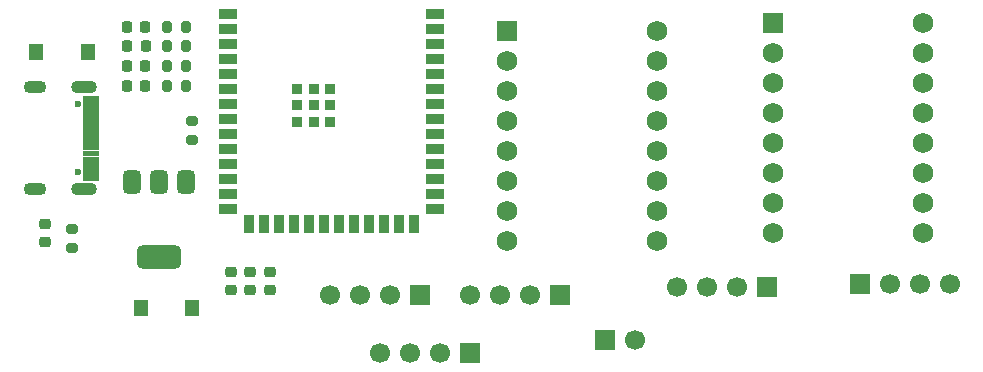
<source format=gbr>
%TF.GenerationSoftware,KiCad,Pcbnew,9.0.7-9.0.7~ubuntu24.04.1*%
%TF.CreationDate,2026-01-19T19:18:33+05:30*%
%TF.ProjectId,controller,636f6e74-726f-46c6-9c65-722e6b696361,rev?*%
%TF.SameCoordinates,Original*%
%TF.FileFunction,Soldermask,Top*%
%TF.FilePolarity,Negative*%
%FSLAX46Y46*%
G04 Gerber Fmt 4.6, Leading zero omitted, Abs format (unit mm)*
G04 Created by KiCad (PCBNEW 9.0.7-9.0.7~ubuntu24.04.1) date 2026-01-19 19:18:33*
%MOMM*%
%LPD*%
G01*
G04 APERTURE LIST*
G04 Aperture macros list*
%AMRoundRect*
0 Rectangle with rounded corners*
0 $1 Rounding radius*
0 $2 $3 $4 $5 $6 $7 $8 $9 X,Y pos of 4 corners*
0 Add a 4 corners polygon primitive as box body*
4,1,4,$2,$3,$4,$5,$6,$7,$8,$9,$2,$3,0*
0 Add four circle primitives for the rounded corners*
1,1,$1+$1,$2,$3*
1,1,$1+$1,$4,$5*
1,1,$1+$1,$6,$7*
1,1,$1+$1,$8,$9*
0 Add four rect primitives between the rounded corners*
20,1,$1+$1,$2,$3,$4,$5,0*
20,1,$1+$1,$4,$5,$6,$7,0*
20,1,$1+$1,$6,$7,$8,$9,0*
20,1,$1+$1,$8,$9,$2,$3,0*%
G04 Aperture macros list end*
%ADD10C,0.010000*%
%ADD11R,1.700000X1.700000*%
%ADD12C,1.700000*%
%ADD13RoundRect,0.102000X-0.765000X-0.765000X0.765000X-0.765000X0.765000X0.765000X-0.765000X0.765000X0*%
%ADD14C,1.734000*%
%ADD15RoundRect,0.200000X-0.275000X0.200000X-0.275000X-0.200000X0.275000X-0.200000X0.275000X0.200000X0*%
%ADD16R,1.230000X1.360000*%
%ADD17RoundRect,0.218750X-0.218750X-0.256250X0.218750X-0.256250X0.218750X0.256250X-0.218750X0.256250X0*%
%ADD18RoundRect,0.225000X-0.250000X0.225000X-0.250000X-0.225000X0.250000X-0.225000X0.250000X0.225000X0*%
%ADD19C,0.600000*%
%ADD20O,2.200000X1.100000*%
%ADD21O,1.900000X1.100000*%
%ADD22RoundRect,0.375000X-0.375000X0.625000X-0.375000X-0.625000X0.375000X-0.625000X0.375000X0.625000X0*%
%ADD23RoundRect,0.500000X-1.400000X0.500000X-1.400000X-0.500000X1.400000X-0.500000X1.400000X0.500000X0*%
%ADD24RoundRect,0.225000X0.225000X0.250000X-0.225000X0.250000X-0.225000X-0.250000X0.225000X-0.250000X0*%
%ADD25RoundRect,0.200000X0.200000X0.275000X-0.200000X0.275000X-0.200000X-0.275000X0.200000X-0.275000X0*%
%ADD26R,1.500000X0.900000*%
%ADD27R,0.900000X1.500000*%
%ADD28R,0.900000X0.900000*%
%ADD29RoundRect,0.225000X0.250000X-0.225000X0.250000X0.225000X-0.250000X0.225000X-0.250000X-0.225000X0*%
G04 APERTURE END LIST*
D10*
%TO.C,J1*%
X123052457Y-81995298D02*
X121812457Y-81995298D01*
X121812457Y-81295298D01*
X123052457Y-81295298D01*
X123052457Y-81995298D01*
G36*
X123052457Y-81995298D02*
G01*
X121812457Y-81995298D01*
X121812457Y-81295298D01*
X123052457Y-81295298D01*
X123052457Y-81995298D01*
G37*
X123052457Y-82795298D02*
X121812457Y-82795298D01*
X121812457Y-82095298D01*
X123052457Y-82095298D01*
X123052457Y-82795298D01*
G36*
X123052457Y-82795298D02*
G01*
X121812457Y-82795298D01*
X121812457Y-82095298D01*
X123052457Y-82095298D01*
X123052457Y-82795298D01*
G37*
X123052457Y-83295298D02*
X121812457Y-83295298D01*
X121812457Y-82895298D01*
X123052457Y-82895298D01*
X123052457Y-83295298D01*
G36*
X123052457Y-83295298D02*
G01*
X121812457Y-83295298D01*
X121812457Y-82895298D01*
X123052457Y-82895298D01*
X123052457Y-83295298D01*
G37*
X123052457Y-83795298D02*
X121812457Y-83795298D01*
X121812457Y-83395298D01*
X123052457Y-83395298D01*
X123052457Y-83795298D01*
G36*
X123052457Y-83795298D02*
G01*
X121812457Y-83795298D01*
X121812457Y-83395298D01*
X123052457Y-83395298D01*
X123052457Y-83795298D01*
G37*
X123052457Y-84295298D02*
X121812457Y-84295298D01*
X121812457Y-83895298D01*
X123052457Y-83895298D01*
X123052457Y-84295298D01*
G36*
X123052457Y-84295298D02*
G01*
X121812457Y-84295298D01*
X121812457Y-83895298D01*
X123052457Y-83895298D01*
X123052457Y-84295298D01*
G37*
X123052457Y-84795298D02*
X121812457Y-84795298D01*
X121812457Y-84395298D01*
X123052457Y-84395298D01*
X123052457Y-84795298D01*
G36*
X123052457Y-84795298D02*
G01*
X121812457Y-84795298D01*
X121812457Y-84395298D01*
X123052457Y-84395298D01*
X123052457Y-84795298D01*
G37*
X123052457Y-85295298D02*
X121812457Y-85295298D01*
X121812457Y-84895298D01*
X123052457Y-84895298D01*
X123052457Y-85295298D01*
G36*
X123052457Y-85295298D02*
G01*
X121812457Y-85295298D01*
X121812457Y-84895298D01*
X123052457Y-84895298D01*
X123052457Y-85295298D01*
G37*
X123052457Y-85795298D02*
X121812457Y-85795298D01*
X121812457Y-85395298D01*
X123052457Y-85395298D01*
X123052457Y-85795298D01*
G36*
X123052457Y-85795298D02*
G01*
X121812457Y-85795298D01*
X121812457Y-85395298D01*
X123052457Y-85395298D01*
X123052457Y-85795298D01*
G37*
X123052457Y-86295298D02*
X121812457Y-86295298D01*
X121812457Y-85895298D01*
X123052457Y-85895298D01*
X123052457Y-86295298D01*
G36*
X123052457Y-86295298D02*
G01*
X121812457Y-86295298D01*
X121812457Y-85895298D01*
X123052457Y-85895298D01*
X123052457Y-86295298D01*
G37*
X123052457Y-86795298D02*
X121812457Y-86795298D01*
X121812457Y-86395298D01*
X123052457Y-86395298D01*
X123052457Y-86795298D01*
G36*
X123052457Y-86795298D02*
G01*
X121812457Y-86795298D01*
X121812457Y-86395298D01*
X123052457Y-86395298D01*
X123052457Y-86795298D01*
G37*
X123052457Y-87595298D02*
X121812457Y-87595298D01*
X121812457Y-86895298D01*
X123052457Y-86895298D01*
X123052457Y-87595298D01*
G36*
X123052457Y-87595298D02*
G01*
X121812457Y-87595298D01*
X121812457Y-86895298D01*
X123052457Y-86895298D01*
X123052457Y-87595298D01*
G37*
X123052457Y-88395298D02*
X121812457Y-88395298D01*
X121812457Y-87695298D01*
X123052457Y-87695298D01*
X123052457Y-88395298D01*
G36*
X123052457Y-88395298D02*
G01*
X121812457Y-88395298D01*
X121812457Y-87695298D01*
X123052457Y-87695298D01*
X123052457Y-88395298D01*
G37*
%TD*%
D11*
%TO.C,J7*%
X150318457Y-98084298D03*
D12*
X147778457Y-98084298D03*
X145238457Y-98084298D03*
X142698457Y-98084298D03*
%TD*%
D11*
%TO.C,J6*%
X165939457Y-101894298D03*
D12*
X168479457Y-101894298D03*
%TD*%
D11*
%TO.C,J5*%
X162129457Y-98084298D03*
D12*
X159589457Y-98084298D03*
X157049457Y-98084298D03*
X154509457Y-98084298D03*
%TD*%
D11*
%TO.C,J4*%
X154509457Y-103037298D03*
D12*
X151969457Y-103037298D03*
X149429457Y-103037298D03*
X146889457Y-103037298D03*
%TD*%
D11*
%TO.C,J3*%
X187529457Y-97195298D03*
D12*
X190069457Y-97195298D03*
X192609457Y-97195298D03*
X195149457Y-97195298D03*
%TD*%
D11*
%TO.C,J2*%
X179655457Y-97449298D03*
D12*
X177115457Y-97449298D03*
X174575457Y-97449298D03*
X172035457Y-97449298D03*
%TD*%
D13*
%TO.C,U4*%
X180163457Y-75097298D03*
D14*
X180163457Y-77637298D03*
X180163457Y-80177298D03*
X180163457Y-82717298D03*
X180163457Y-85257298D03*
X180163457Y-87797298D03*
X180163457Y-90337298D03*
X180163457Y-92877298D03*
X192863457Y-92877298D03*
X192863457Y-90337298D03*
X192863457Y-87797298D03*
X192863457Y-85257298D03*
X192863457Y-82717298D03*
X192863457Y-80177298D03*
X192863457Y-77637298D03*
X192863457Y-75097298D03*
%TD*%
D13*
%TO.C,U1*%
X157715457Y-75732298D03*
D14*
X157715457Y-78272298D03*
X157715457Y-80812298D03*
X157715457Y-83352298D03*
X157715457Y-85892298D03*
X157715457Y-88432298D03*
X157715457Y-90972298D03*
X157715457Y-93512298D03*
X170415457Y-93512298D03*
X170415457Y-90972298D03*
X170415457Y-88432298D03*
X170415457Y-85892298D03*
X170415457Y-83352298D03*
X170415457Y-80812298D03*
X170415457Y-78272298D03*
X170415457Y-75732298D03*
%TD*%
D15*
%TO.C,R1*%
X120854457Y-92497298D03*
X120854457Y-94147298D03*
%TD*%
D16*
%TO.C,SW2*%
X131014457Y-99227298D03*
X126654457Y-99227298D03*
%TD*%
D17*
%TO.C,D3*%
X125506457Y-77031298D03*
X127081457Y-77031298D03*
%TD*%
D18*
%TO.C,C3*%
X134318457Y-96153298D03*
X134318457Y-97703298D03*
%TD*%
D19*
%TO.C,J1*%
X121362457Y-81955298D03*
X121362457Y-87735298D03*
D20*
X121852457Y-80520298D03*
X121852457Y-89170298D03*
D21*
X117682457Y-80520298D03*
X117682457Y-89170298D03*
%TD*%
D17*
%TO.C,D2*%
X125493957Y-78731298D03*
X127068957Y-78731298D03*
%TD*%
D22*
%TO.C,U3*%
X130534457Y-88559298D03*
X128234457Y-88559298D03*
D23*
X128234457Y-94859298D03*
D22*
X125934457Y-88559298D03*
%TD*%
D24*
%TO.C,C5*%
X127056457Y-75431298D03*
X125506457Y-75431298D03*
%TD*%
D18*
%TO.C,C2*%
X135918457Y-96153298D03*
X135918457Y-97703298D03*
%TD*%
D25*
%TO.C,R5*%
X130506457Y-78731298D03*
X128856457Y-78731298D03*
%TD*%
%TO.C,R6*%
X130518957Y-77031298D03*
X128868957Y-77031298D03*
%TD*%
D16*
%TO.C,SW1*%
X117806457Y-77510298D03*
X122166457Y-77510298D03*
%TD*%
D26*
%TO.C,U2*%
X134062457Y-74335298D03*
X134062457Y-75605298D03*
X134062457Y-76875298D03*
X134062457Y-78145298D03*
X134062457Y-79415298D03*
X134062457Y-80685298D03*
X134062457Y-81955298D03*
X134062457Y-83225298D03*
X134062457Y-84495298D03*
X134062457Y-85765298D03*
X134062457Y-87035298D03*
X134062457Y-88305298D03*
X134062457Y-89575298D03*
X134062457Y-90845298D03*
D27*
X135827457Y-92095298D03*
X137097457Y-92095298D03*
X138367457Y-92095298D03*
X139637457Y-92095298D03*
X140907457Y-92095298D03*
X142177457Y-92095298D03*
X143447457Y-92095298D03*
X144717457Y-92095298D03*
X145987457Y-92095298D03*
X147257457Y-92095298D03*
X148527457Y-92095298D03*
X149797457Y-92095298D03*
D26*
X151562457Y-90845298D03*
X151562457Y-89575298D03*
X151562457Y-88305298D03*
X151562457Y-87035298D03*
X151562457Y-85765298D03*
X151562457Y-84495298D03*
X151562457Y-83225298D03*
X151562457Y-81955298D03*
X151562457Y-80685298D03*
X151562457Y-79415298D03*
X151562457Y-78145298D03*
X151562457Y-76875298D03*
X151562457Y-75605298D03*
X151562457Y-74335298D03*
D28*
X139912457Y-80655298D03*
X139912457Y-82055298D03*
X139912457Y-83455298D03*
X139912457Y-83455298D03*
X141312457Y-80655298D03*
X141312457Y-80655298D03*
X141312457Y-82055298D03*
X141312457Y-83455298D03*
X142712457Y-80655298D03*
X142712457Y-82055298D03*
X142712457Y-83455298D03*
%TD*%
D25*
%TO.C,R4*%
X130506457Y-80431298D03*
X128856457Y-80431298D03*
%TD*%
D18*
%TO.C,C1*%
X137618457Y-96153298D03*
X137618457Y-97703298D03*
%TD*%
D25*
%TO.C,R3*%
X130506457Y-75431298D03*
X128856457Y-75431298D03*
%TD*%
D17*
%TO.C,D1*%
X125481457Y-80431298D03*
X127056457Y-80431298D03*
%TD*%
D15*
%TO.C,R2*%
X131014457Y-83353298D03*
X131014457Y-85003298D03*
%TD*%
D29*
%TO.C,C4*%
X118546457Y-93624298D03*
X118546457Y-92074298D03*
%TD*%
M02*

</source>
